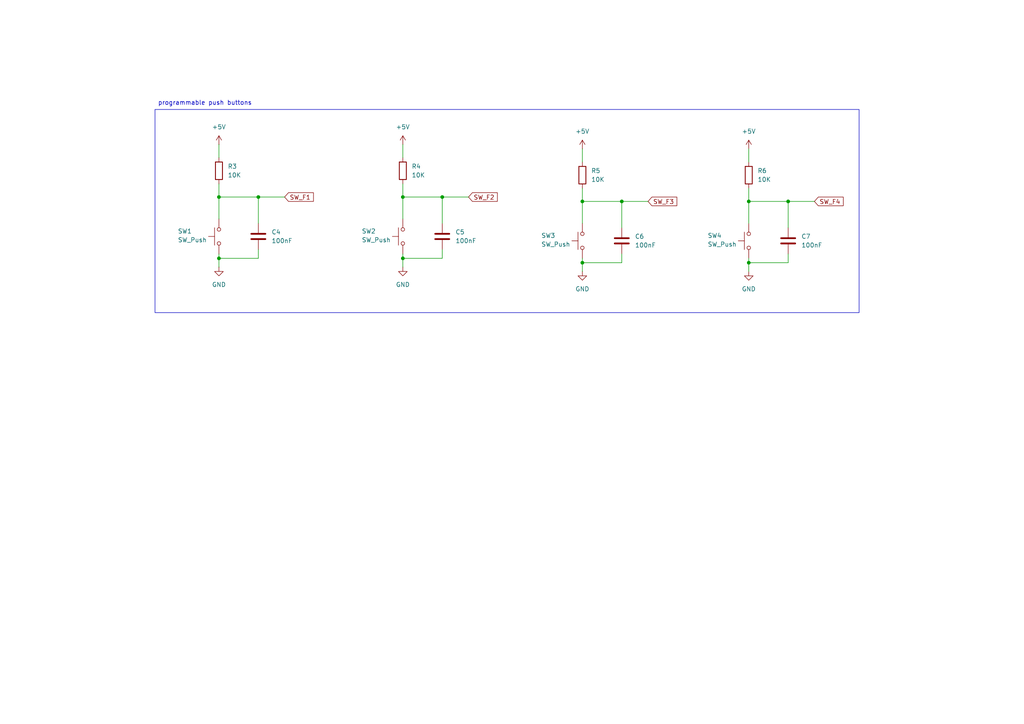
<source format=kicad_sch>
(kicad_sch (version 20231120) (generator "eeschema") (generator_version "8.0")
  (paper "A4")
  (lib_symbols
    (symbol "Device:C" (pin_numbers hide) (pin_names (offset 0.254))
      (property "Reference" "C" (at 0.635 2.54 0))
      (property "Value" "C" (at 0.635 -2.54 0))
      (symbol "C_0_1"
        (polyline (pts (xy -2.032 -0.762) (xy 2.032 -0.762)) (stroke (width 0.508)))
        (polyline (pts (xy -2.032 0.762) (xy 2.032 0.762)) (stroke (width 0.508)))
      )
      (symbol "C_1_1"
        (pin passive line (at 0 3.81 270) (length 2.794) (name "~") (number "1"))
        (pin passive line (at 0 -3.81 90) (length 2.794) (name "~") (number "2"))
      )
    )
    (symbol "Device:R" (pin_numbers hide) (pin_names (offset 0))
      (property "Reference" "R" (at 2.032 0 90))
      (property "Value" "R" (at 0 0 90))
      (symbol "R_0_1"
        (rectangle (start -1.016 -2.54) (end 1.016 2.54) (stroke (width 0.254)))
      )
      (symbol "R_1_1"
        (pin passive line (at 0 3.81 270) (length 1.27) (name "~") (number "1"))
        (pin passive line (at 0 -3.81 90) (length 1.27) (name "~") (number "2"))
      )
    )
    (symbol "Switch:SW_Push" (pin_numbers hide) (pin_names (offset 1.016) hide)
      (property "Reference" "SW" (at 1.27 2.54 0))
      (property "Value" "SW_Push" (at 0 -1.524 0))
      (symbol "SW_Push_0_1"
        (circle (center -2.032 0) (radius 0.508))
        (polyline (pts (xy 0 1.27) (xy 0 3.048)))
        (polyline (pts (xy 2.54 1.27) (xy -2.54 1.27)))
        (circle (center 2.032 0) (radius 0.508))
        (pin passive line (at -5.08 0 0) (length 2.54) (name "1") (number "1"))
        (pin passive line (at 5.08 0 180) (length 2.54) (name "2") (number "2"))
      )
    )
    (symbol "power:+5V" (power) (pin_numbers hide) (pin_names (offset 0) hide)
      (property "Value" "+5V" (at 0 3.556 0))
      (symbol "+5V_0_1"
        (polyline (pts (xy -0.762 1.27) (xy 0 2.54)))
        (polyline (pts (xy 0 0) (xy 0 2.54)))
        (polyline (pts (xy 0 2.54) (xy 0.762 1.27)))
      )
      (symbol "+5V_1_1"
        (pin power_in line (at 0 0 90) (length 0) (name "~") (number "1"))
      )
    )
    (symbol "power:GND" (power) (pin_numbers hide) (pin_names (offset 0) hide)
      (property "Value" "GND" (at 0 -3.81 0))
      (symbol "GND_0_1"
        (polyline (pts (xy 0 0) (xy 0 -1.27) (xy 1.27 -1.27) (xy 0 -2.54) (xy -1.27 -1.27) (xy 0 -1.27)))
      )
      (symbol "GND_1_1"
        (pin power_in line (at 0 0 270) (length 0) (name "~") (number "1"))
      )
    )
  )
  (junction (at 180.34 58.42))
  (junction (at 168.91 58.42))
  (junction (at 217.17 58.42))
  (junction (at 63.5 57.15))
  (junction (at 168.91 76.2))
  (junction (at 63.5 74.93))
  (junction (at 228.6 58.42))
  (junction (at 217.17 76.2))
  (junction (at 128.27 57.15))
  (junction (at 116.84 74.93))
  (junction (at 116.84 57.15))
  (junction (at 74.93 57.15))
  (wire (pts (xy 180.34 76.2) (xy 168.91 76.2)))
  (wire (pts (xy 116.84 57.15) (xy 128.27 57.15)))
  (wire (pts (xy 217.17 58.42) (xy 228.6 58.42)))
  (wire (pts (xy 63.5 41.91) (xy 63.5 45.72)))
  (wire (pts (xy 128.27 72.39) (xy 128.27 74.93)))
  (wire (pts (xy 116.84 53.34) (xy 116.84 57.15)))
  (wire (pts (xy 217.17 54.61) (xy 217.17 58.42)))
  (wire (pts (xy 228.6 58.42) (xy 228.6 66.04)))
  (wire (pts (xy 168.91 74.93) (xy 168.91 76.2)))
  (wire (pts (xy 168.91 58.42) (xy 180.34 58.42)))
  (wire (pts (xy 63.5 57.15) (xy 74.93 57.15)))
  (wire (pts (xy 74.93 72.39) (xy 74.93 74.93)))
  (wire (pts (xy 63.5 57.15) (xy 63.5 63.5)))
  (wire (pts (xy 63.5 53.34) (xy 63.5 57.15)))
  (wire (pts (xy 63.5 74.93) (xy 63.5 77.47)))
  (wire (pts (xy 116.84 74.93) (xy 116.84 77.47)))
  (wire (pts (xy 116.84 41.91) (xy 116.84 45.72)))
  (wire (pts (xy 168.91 43.18) (xy 168.91 46.99)))
  (wire (pts (xy 217.17 76.2) (xy 217.17 78.74)))
  (wire (pts (xy 63.5 73.66) (xy 63.5 74.93)))
  (wire (pts (xy 128.27 57.15) (xy 128.27 64.77)))
  (wire (pts (xy 180.34 58.42) (xy 180.34 66.04)))
  (wire (pts (xy 217.17 43.18) (xy 217.17 46.99)))
  (wire (pts (xy 116.84 57.15) (xy 116.84 63.5)))
  (wire (pts (xy 168.91 54.61) (xy 168.91 58.42)))
  (wire (pts (xy 180.34 73.66) (xy 180.34 76.2)))
  (wire (pts (xy 128.27 74.93) (xy 116.84 74.93)))
  (wire (pts (xy 228.6 76.2) (xy 217.17 76.2)))
  (wire (pts (xy 217.17 58.42) (xy 217.17 64.77)))
  (wire (pts (xy 116.84 73.66) (xy 116.84 74.93)))
  (wire (pts (xy 228.6 58.42) (xy 236.22 58.42)))
  (wire (pts (xy 228.6 73.66) (xy 228.6 76.2)))
  (wire (pts (xy 128.27 57.15) (xy 135.89 57.15)))
  (wire (pts (xy 74.93 57.15) (xy 82.55 57.15)))
  (wire (pts (xy 168.91 76.2) (xy 168.91 78.74)))
  (wire (pts (xy 74.93 57.15) (xy 74.93 64.77)))
  (wire (pts (xy 168.91 58.42) (xy 168.91 64.77)))
  (wire (pts (xy 74.93 74.93) (xy 63.5 74.93)))
  (wire (pts (xy 217.17 74.93) (xy 217.17 76.2)))
  (wire (pts (xy 180.34 58.42) (xy 187.96 58.42)))
  (rectangle (start 44.958 31.75) (end 249.174 90.678))
  (text "programmable push buttons" (at 59.436 29.972 0) (effects (font (size 1.27 1.27))))
  (global_label "SW_F4" (shape input) (at 236.22 58.42 0) (property "Intersheetrefs" "${INTERSHEET_REFS}" (effects (hide yes))))
  (global_label "SW_F3" (shape input) (at 187.96 58.42 0) (property "Intersheetrefs" "${INTERSHEET_REFS}" (effects (hide yes))))
  (global_label "SW_F1" (shape input) (at 82.55 57.15 0) (property "Intersheetrefs" "${INTERSHEET_REFS}" (effects (hide yes))))
  (global_label "SW_F2" (shape input) (at 135.89 57.15 0) (property "Intersheetrefs" "${INTERSHEET_REFS}" (effects (hide yes))))
  (symbol (lib_id "power:+5V") (at 217.17 43.18 0) (unit 1)
    (property "Reference" "#PWR039" (effects (hide yes)))
    (property "Value" "+5V" (at 217.17 38.1 0))
    (property "Description" "Power symbol creates a global label with name \"+5V\"" (effects (hide yes)))
  )
  (symbol (lib_id "Switch:SW_Push") (at 63.5 68.58 90) (unit 1)
    (property "Reference" "SW1" (at 51.562 67.056 90) (effects (justify right)))
    (property "Value" "SW_Push" (at 51.562 69.596 90) (effects (justify right)))
    (property "Footprint" "Button_Switch_THT:SW_PUSH_6mm_H5mm" (effects (hide yes)))
    (property "Description" "Push button switch, generic, two pins" (effects (hide yes)))
  )
  (symbol (lib_id "Device:C") (at 128.27 68.58 0) (unit 1)
    (property "Reference" "C5" (at 132.08 67.3099 0) (effects (justify left)))
    (property "Value" "100nF" (at 132.08 69.8499 0) (effects (justify left)))
    (property "Footprint" "Capacitor_SMD:C_0805_2012Metric" (effects (hide yes)))
    (property "Description" "Unpolarized capacitor" (effects (hide yes)))
  )
  (symbol (lib_id "Device:C") (at 180.34 69.85 0) (unit 1)
    (property "Reference" "C6" (at 184.15 68.5799 0) (effects (justify left)))
    (property "Value" "100nF" (at 184.15 71.1199 0) (effects (justify left)))
    (property "Footprint" "Capacitor_SMD:C_0805_2012Metric" (effects (hide yes)))
    (property "Description" "Unpolarized capacitor" (effects (hide yes)))
  )
  (symbol (lib_id "power:+5V") (at 168.91 43.18 0) (unit 1)
    (property "Reference" "#PWR037" (effects (hide yes)))
    (property "Value" "+5V" (at 168.91 38.1 0))
    (property "Description" "Power symbol creates a global label with name \"+5V\"" (effects (hide yes)))
  )
  (symbol (lib_id "power:+5V") (at 116.84 41.91 0) (unit 1)
    (property "Reference" "#PWR035" (effects (hide yes)))
    (property "Value" "+5V" (at 116.84 36.83 0))
    (property "Description" "Power symbol creates a global label with name \"+5V\"" (effects (hide yes)))
  )
  (symbol (lib_id "Switch:SW_Push") (at 168.91 69.85 90) (unit 1)
    (property "Reference" "SW3" (at 156.972 68.326 90) (effects (justify right)))
    (property "Value" "SW_Push" (at 156.972 70.866 90) (effects (justify right)))
    (property "Footprint" "Button_Switch_THT:SW_PUSH_6mm_H5mm" (effects (hide yes)))
    (property "Description" "Push button switch, generic, two pins" (effects (hide yes)))
  )
  (symbol (lib_id "Switch:SW_Push") (at 116.84 68.58 90) (unit 1)
    (property "Reference" "SW2" (at 104.902 67.056 90) (effects (justify right)))
    (property "Value" "SW_Push" (at 104.902 69.596 90) (effects (justify right)))
    (property "Footprint" "Button_Switch_THT:SW_PUSH_6mm_H5mm" (effects (hide yes)))
    (property "Description" "Push button switch, generic, two pins" (effects (hide yes)))
  )
  (symbol (lib_id "Device:R") (at 116.84 49.53 0) (unit 1)
    (property "Reference" "R4" (at 119.38 48.2599 0) (effects (justify left)))
    (property "Value" "10K" (at 119.38 50.7999 0) (effects (justify left)))
    (property "Footprint" "Resistor_SMD:R_0805_2012Metric" (effects (hide yes)))
    (property "Description" "Resistor" (effects (hide yes)))
  )
  (symbol (lib_id "power:GND") (at 63.5 77.47 0) (unit 1)
    (property "Reference" "#PWR034" (effects (hide yes)))
    (property "Value" "GND" (at 63.5 82.55 0))
    (property "Description" "Power symbol creates a global label with name \"GND\" , ground" (effects (hide yes)))
  )
  (symbol (lib_id "Switch:SW_Push") (at 217.17 69.85 90) (unit 1)
    (property "Reference" "SW4" (at 205.232 68.326 90) (effects (justify right)))
    (property "Value" "SW_Push" (at 205.232 70.866 90) (effects (justify right)))
    (property "Footprint" "Button_Switch_THT:SW_PUSH_6mm_H5mm" (effects (hide yes)))
    (property "Description" "Push button switch, generic, two pins" (effects (hide yes)))
  )
  (symbol (lib_id "power:GND") (at 116.84 77.47 0) (unit 1)
    (property "Reference" "#PWR036" (effects (hide yes)))
    (property "Value" "GND" (at 116.84 82.55 0))
    (property "Description" "Power symbol creates a global label with name \"GND\" , ground" (effects (hide yes)))
  )
  (symbol (lib_id "Device:C") (at 228.6 69.85 0) (unit 1)
    (property "Reference" "C7" (at 232.41 68.5799 0) (effects (justify left)))
    (property "Value" "100nF" (at 232.41 71.1199 0) (effects (justify left)))
    (property "Footprint" "Capacitor_SMD:C_0805_2012Metric" (effects (hide yes)))
    (property "Description" "Unpolarized capacitor" (effects (hide yes)))
  )
  (symbol (lib_id "Device:R") (at 63.5 49.53 0) (unit 1)
    (property "Reference" "R3" (at 66.04 48.2599 0) (effects (justify left)))
    (property "Value" "10K" (at 66.04 50.7999 0) (effects (justify left)))
    (property "Footprint" "Resistor_SMD:R_0805_2012Metric" (effects (hide yes)))
    (property "Description" "Resistor" (effects (hide yes)))
  )
  (symbol (lib_id "power:GND") (at 168.91 78.74 0) (unit 1)
    (property "Reference" "#PWR038" (effects (hide yes)))
    (property "Value" "GND" (at 168.91 83.82 0))
    (property "Description" "Power symbol creates a global label with name \"GND\" , ground" (effects (hide yes)))
  )
  (symbol (lib_id "power:+5V") (at 63.5 41.91 0) (unit 1)
    (property "Reference" "#PWR04" (effects (hide yes)))
    (property "Value" "+5V" (at 63.5 36.83 0))
    (property "Description" "Power symbol creates a global label with name \"+5V\"" (effects (hide yes)))
  )
  (symbol (lib_id "Device:C") (at 74.93 68.58 0) (unit 1)
    (property "Reference" "C4" (at 78.74 67.3099 0) (effects (justify left)))
    (property "Value" "100nF" (at 78.74 69.8499 0) (effects (justify left)))
    (property "Footprint" "Capacitor_SMD:C_0805_2012Metric" (effects (hide yes)))
    (property "Description" "Unpolarized capacitor" (effects (hide yes)))
  )
  (symbol (lib_id "Device:R") (at 168.91 50.8 0) (unit 1)
    (property "Reference" "R5" (at 171.45 49.5299 0) (effects (justify left)))
    (property "Value" "10K" (at 171.45 52.0699 0) (effects (justify left)))
    (property "Footprint" "Resistor_SMD:R_0805_2012Metric" (effects (hide yes)))
    (property "Description" "Resistor" (effects (hide yes)))
  )
  (symbol (lib_id "Device:R") (at 217.17 50.8 0) (unit 1)
    (property "Reference" "R6" (at 219.71 49.5299 0) (effects (justify left)))
    (property "Value" "10K" (at 219.71 52.0699 0) (effects (justify left)))
    (property "Footprint" "Resistor_SMD:R_0805_2012Metric" (effects (hide yes)))
    (property "Description" "Resistor" (effects (hide yes)))
  )
  (symbol (lib_id "power:GND") (at 217.17 78.74 0) (unit 1)
    (property "Reference" "#PWR040" (effects (hide yes)))
    (property "Value" "GND" (at 217.17 83.82 0))
    (property "Description" "Power symbol creates a global label with name \"GND\" , ground" (effects (hide yes)))
  )
)
</source>
